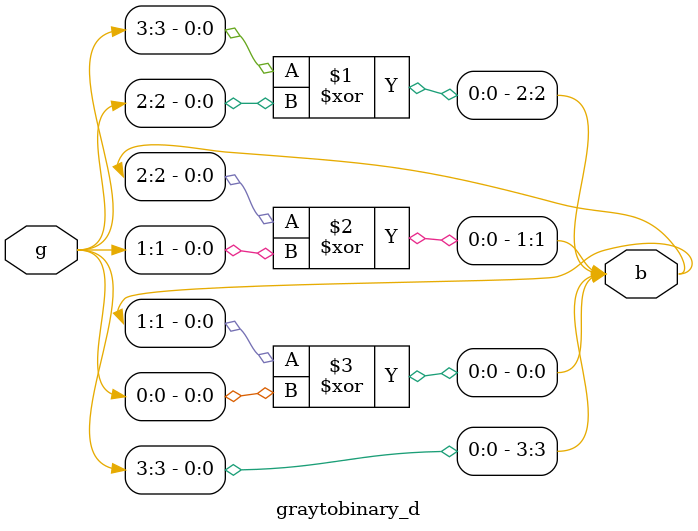
<source format=v>
`timescale 1ns / 1ps


module graytobinary_d(
    input [3:0] g,
    output [3:0] b
    );
    
    assign b[3] = g[3];
    assign b[2] = b[3] ^ g[2];
    assign b[1] = b[2] ^ g[1];
    assign b[0] = b[1] ^ g[0];
   
endmodule

</source>
